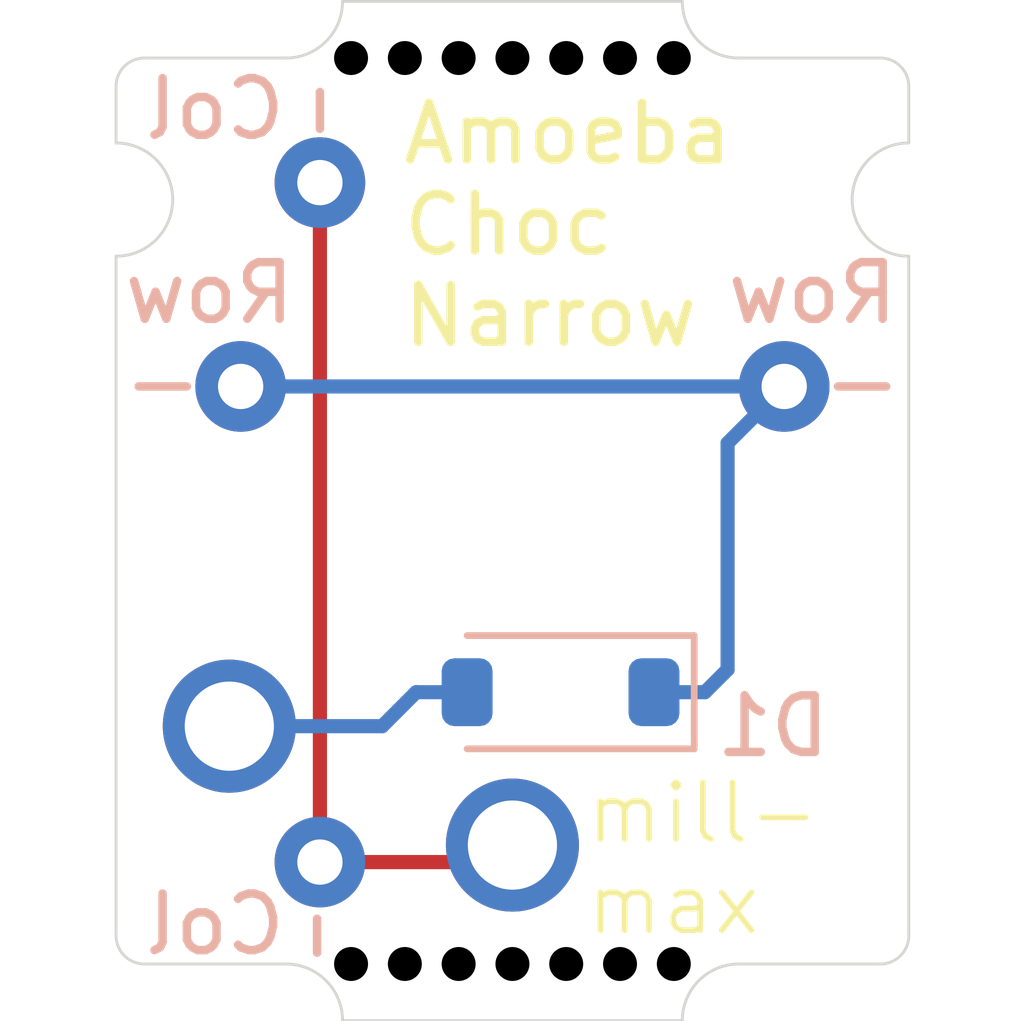
<source format=kicad_pcb>
(kicad_pcb (version 20221018) (generator pcbnew)
  (title_block (title "Amoeba Choc Narrow") (rev "0.1.0-alpha") (comment 1 "and sturdier column walls; with socket STEP file. ") (comment 2 "allows choc 18 mm or narrower Dactyl column spacing ") (comment 3 "A choc keyboard single-switch Amoeba PCB with Mill-Max hotswap that  "))
  (layers (0 "F.Cu" signal) (31 "B.Cu" signal) (34 "B.Paste" user) (35 "F.Paste" user) (36 "B.SilkS" user "B.Silkscreen") (37 "F.SilkS" user "F.Silkscreen") (38 "B.Mask" user) (39 "F.Mask" user) (44 "Edge.Cuts" user))
  (net 0 "")
  (net 1 "row")
  (net 2 "Net-(D1-A)")
  (net 3 "col")
  (footprint "Amoeba_Choc_Nar:pg1350-hotswap" (layer "F.Cu") (at 130 110)
    (fp_text reference "SW1" hide)
    (fp_text value "SW_SPST" hide)
    (fp_text_box "mill-\nmax" (start 0.5 4) (end 5 8) (layer "F.SilkS") (effects (font (size 1 1) (thickness 0.1)) (justify left top)))
    (fp_line (start -7 -6.5) (end -7 -7.5) (stroke (width 0.05)) (layer "Edge.Cuts"))
    (fp_line (start -7 7.5) (end -7 -4.5) (stroke (width 0.05)) (layer "Edge.Cuts"))
    (fp_line (start -4 -8) (end -6.5 -8) (stroke (width 0.05)) (layer "Edge.Cuts"))
    (fp_line (start -4 8) (end -6.5 8) (stroke (width 0.05)) (layer "Edge.Cuts"))
    (fp_line (start 6.5 -8) (end 4 -8) (stroke (width 0.05)) (layer "Edge.Cuts"))
    (fp_line (start 6.5 8) (end 4 8) (stroke (width 0.05)) (layer "Edge.Cuts"))
    (fp_line (start 7 -6.5) (end 7 -7.5) (stroke (width 0.05)) (layer "Edge.Cuts"))
    (fp_line (start 7 7.5) (end 7 -4.5) (stroke (width 0.05)) (layer "Edge.Cuts"))
    (fp_arc (start -7 -7.5) (mid -6.853553 -7.853553) (end -6.5 -8) (stroke (width 0.05)) (layer "Edge.Cuts"))
    (fp_arc (start -7 -6.5) (mid -6.292893 -6.207107) (end -6 -5.5) (stroke (width 0.05)) (layer "Edge.Cuts"))
    (fp_arc (start -6.5 8) (mid -6.853553 7.853553) (end -7 7.5) (stroke (width 0.05)) (layer "Edge.Cuts"))
    (fp_arc (start -6 -5.5) (mid -6.292893 -4.792893) (end -7 -4.5) (stroke (width 0.05)) (layer "Edge.Cuts"))
    (fp_arc (start 6 -5.5) (mid 6.292893 -6.207107) (end 7 -6.5) (stroke (width 0.05)) (layer "Edge.Cuts"))
    (fp_arc (start 6.5 -8) (mid 6.853553 -7.853553) (end 7 -7.5) (stroke (width 0.05)) (layer "Edge.Cuts"))
    (fp_arc (start 7 -4.5) (mid 6.292893 -4.792893) (end 6 -5.5) (stroke (width 0.05)) (layer "Edge.Cuts"))
    (fp_arc (start 7 7.5) (mid 6.853553 7.853553) (end 6.5 8) (stroke (width 0.05)) (layer "Edge.Cuts"))
    (pad "" np_thru_hole circle (at -5.5 0 180) (size 1.7 1.7) (drill 1.7) (layers "*.Cu" "*.Mask"))
    (pad "" np_thru_hole circle (at 0 0 180) (size 3.4 3.4) (drill 3.4) (layers "*.Cu" "*.Mask"))
    (pad "" np_thru_hole circle (at 5.5 0 180) (size 1.7 1.7) (drill 1.7) (layers "*.Cu" "*.Mask"))
    (pad "1" thru_hole circle (at 0 5.900001 180) (size 2.35 2.35) (drill 1.5748) (layers "*.Cu" "*.Mask") (net 3 "col"))
    (pad "2" thru_hole circle (at -5 3.8 180) (size 2.35 2.35) (drill 1.5748) (layers "*.Cu" "*.Mask") (net 2 "Net-(D1-A)"))
  )
  (footprint "Amoeba_Choc_Nar:Mouse_Bites" (layer "F.Cu") (at 130 118)
    (fp_text reference "REF**" hide)
    (fp_text value "Mouse_Bites" hide)
    (pad "" np_thru_hole circle (at -2.85 0) (size 0.6 0.6) (drill 0.6) (layers "*.Mask"))
    (pad "" np_thru_hole circle (at -1.9 0) (size 0.6 0.6) (drill 0.6) (layers "*.Mask"))
    (pad "" np_thru_hole circle (at -0.95 0) (size 0.6 0.6) (drill 0.6) (layers "*.Mask"))
    (pad "" np_thru_hole circle (at 0 0) (size 0.6 0.6) (drill 0.6) (layers "*.Mask"))
    (pad "" np_thru_hole circle (at 0.95 0) (size 0.6 0.6) (drill 0.6) (layers "*.Mask"))
    (pad "" np_thru_hole circle (at 1.9 0) (size 0.6 0.6) (drill 0.6) (layers "*.Mask"))
    (pad "" np_thru_hole circle (at 2.85 0) (size 0.6 0.6) (drill 0.6) (layers "*.Mask"))
  )
  (footprint "Amoeba_Choc_Nar:Mouse_Bites" (layer "F.Cu") (at 130 102)
    (fp_text reference "REF**" hide)
    (fp_text value "Mouse_Bites" hide)
    (pad "" np_thru_hole circle (at -2.85 0) (size 0.6 0.6) (drill 0.6) (layers "*.Mask"))
    (pad "" np_thru_hole circle (at -1.9 0) (size 0.6 0.6) (drill 0.6) (layers "*.Mask"))
    (pad "" np_thru_hole circle (at -0.95 0) (size 0.6 0.6) (drill 0.6) (layers "*.Mask"))
    (pad "" np_thru_hole circle (at 0 0) (size 0.6 0.6) (drill 0.6) (layers "*.Mask"))
    (pad "" np_thru_hole circle (at 0.95 0) (size 0.6 0.6) (drill 0.6) (layers "*.Mask"))
    (pad "" np_thru_hole circle (at 1.9 0) (size 0.6 0.6) (drill 0.6) (layers "*.Mask"))
    (pad "" np_thru_hole circle (at 2.85 0) (size 0.6 0.6) (drill 0.6) (layers "*.Mask"))
  )
  (footprint "Amoeba_Choc_Nar:Pin_D0.8mm_L7.0mm" (layer "B.Cu") (at 126.6 104.2 180)
    (fp_text reference "J1" hide)
    (fp_text value "Conn_01x01_Pin" hide)
    (fp_text user "Col" (at 1.85 1.3 unlocked) (layer "B.SilkS") (effects (justify mirror)))
    (pad "1" thru_hole circle (at 0 0 180) (size 1.6 1.6) (drill 0.8) (layers "*.Cu" "*.Mask") (net 3 "col"))
  )
  (footprint "Amoeba_Choc_Nar:Pin_D0.8mm_L7.0mm" (layer "B.Cu") (at 134.8 107.8 180)
    (fp_text reference "J4" hide)
    (fp_text value "Conn_01x01_Pin" hide)
    (fp_text user "Row" (at -0.5 1.65 unlocked) (layer "B.SilkS") (effects (justify mirror)))
    (pad "1" thru_hole circle (at 0 0 180) (size 1.6 1.6) (drill 0.8) (layers "*.Cu" "*.Mask") (net 1 "row"))
  )
  (footprint "Amoeba_Choc_Nar:Pin_D0.8mm_L7.0mm" (layer "B.Cu") (at 125.2 107.8 180)
    (fp_text reference "J3" hide)
    (fp_text value "Conn_01x01_Pin" hide)
    (fp_text user "Row" (at 0.55 1.65 unlocked) (layer "B.SilkS") (effects (justify mirror)))
    (pad "1" thru_hole circle (at 0 0 180) (size 1.6 1.6) (drill 0.8) (layers "*.Cu" "*.Mask") (net 1 "row"))
  )
  (footprint "Diode_SMD:D_SOD-123" (layer "B.Cu") (at 130.85 113.2 180)
    (fp_text reference "D1" (at -3.75 -0.6) (layer "B.SilkS") (effects (justify mirror)))
    (fp_text value "1N4148")
    (fp_line (start -2.36 -1) (end 1.65 -1) (stroke (width 0.12)) (layer "B.SilkS"))
    (fp_line (start -2.36 1) (end -2.36 -1) (stroke (width 0.12)) (layer "B.SilkS"))
    (fp_line (start -2.36 1) (end 1.65 1) (stroke (width 0.12)) (layer "B.SilkS"))
    (pad "1" smd roundrect (at -1.65 0 180) (size 0.9 1.2) (layers "B.Cu" "B.Paste" "B.Mask") (net 1 "row"))
    (pad "2" smd roundrect (at 1.65 0 180) (size 0.9 1.2) (layers "B.Cu" "B.Paste" "B.Mask") (net 2 "Net-(D1-A)"))
  )
  (footprint "Amoeba_Choc_Nar:Pin_D0.8mm_L7.0mm" (layer "B.Cu") (at 126.6 116.2 180)
    (fp_text reference "J2" hide)
    (fp_text value "Conn_01x01_Pin" hide)
    (fp_text user "Col" (at 1.85 -1.1 unlocked) (layer "B.SilkS") (effects (justify mirror)))
    (pad "1" thru_hole circle (at 0 0 180) (size 1.6 1.6) (drill 0.8) (layers "*.Cu" "*.Mask") (net 3 "col"))
  )
  (gr_line (start 135.75 107.8) (end 136.6 107.8) (stroke (width 0.15)) (layer "B.SilkS"))
  (gr_line (start 126.55 117.2) (end 126.55 117.8) (stroke (width 0.15)) (layer "B.SilkS"))
  (gr_line (start 124.25 107.8) (end 123.4 107.8) (stroke (width 0.15)) (layer "B.SilkS"))
  (gr_line (start 126.6 103.25) (end 126.6 102.6) (stroke (width 0.15)) (layer "B.SilkS"))
  (gr_arc (start 127 101) (mid 126.707107 101.707107) (end 126 102) (stroke (width 0.05)) (layer "Edge.Cuts"))
  (gr_arc (start 134 102) (mid 133.292893 101.707107) (end 133 101) (stroke (width 0.05)) (layer "Edge.Cuts"))
  (gr_arc (start 133 119) (mid 133.292893 118.292893) (end 134 118) (stroke (width 0.05)) (layer "Edge.Cuts"))
  (gr_arc (start 126 118) (mid 126.707107 118.292893) (end 127 119) (stroke (width 0.05)) (layer "Edge.Cuts"))
  (gr_line (start 133 119) (end 127 119) (stroke (width 0.05)) (layer "Edge.Cuts"))
  (gr_line (start 133 101) (end 127 101) (stroke (width 0.05)) (layer "Edge.Cuts"))
  (gr_text_box "Amoeba\nChoc\nNarrow" (start 127.25 102) (end 133.5 107) (layer "F.SilkS") (effects (font (size 1 1)) (justify left top)))
  (segment (start 132.5 113.2) (end 133.4 113.2) (width 0.25) (layer "B.Cu") (net 1))
  (segment (start 125.2 107.8) (end 134.8 107.8) (width 0.25) (layer "B.Cu") (net 1))
  (segment (start 133.8 108.8) (end 134.8 107.8) (width 0.25) (layer "B.Cu") (net 1))
  (segment (start 133.4 113.2) (end 133.8 112.8) (width 0.25) (layer "B.Cu") (net 1))
  (segment (start 133.8 112.8) (end 133.8 108.8) (width 0.25) (layer "B.Cu") (net 1))
  (segment (start 128.3 113.2) (end 129.2 113.2) (width 0.25) (layer "B.Cu") (net 2))
  (segment (start 125 113.8) (end 127.7 113.8) (width 0.25) (layer "B.Cu") (net 2))
  (segment (start 127.7 113.8) (end 128.3 113.2) (width 0.25) (layer "B.Cu") (net 2))
  (segment (start 129.700001 116.2) (end 130 115.900001) (width 0.25) (layer "F.Cu") (net 3))
  (segment (start 126.6 116.2) (end 129.700001 116.2) (width 0.25) (layer "F.Cu") (net 3))
  (segment (start 126.6 104.2) (end 126.6 116.2) (width 0.25) (layer "F.Cu") (net 3))
)
</source>
